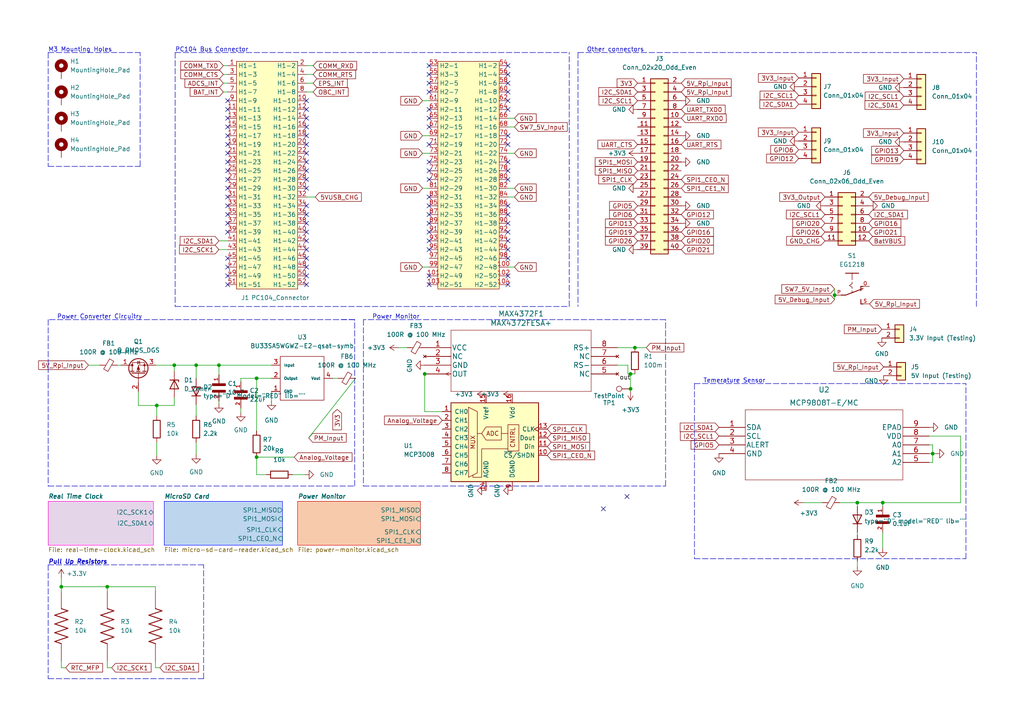
<source format=kicad_sch>
(kicad_sch (version 20211123) (generator eeschema)
  (paper "A4")
  (junction (at 50.546 105.918))
  (junction (at 17.78 170.18))
  (junction (at 256.032 145.796))
  (junction (at 56.896 105.918))
  (junction (at 182.88 112.776))
  (junction (at 74.422 109.728))
  (junction (at 248.666 145.796))
  (junction (at 270.51 131.572))
  (junction (at 31.115 170.18))
  (junction (at 45.466 117.602))
  (junction (at 184.15 100.838))
  (junction (at 74.422 132.588))
  (junction (at 182.88 108.458))
  (junction (at 242.062 85.598))
  (junction (at 63.5 105.918))
  (junction (at 123.19 108.458))
  (no_connect (at 88.9 29.21))
  (no_connect (at 88.9 34.29))
  (no_connect (at 66.04 74.93))
  (no_connect (at 88.9 72.39))
  (no_connect (at 66.04 46.99))
  (no_connect (at 66.04 36.83))
  (no_connect (at 66.04 39.37))
  (no_connect (at 66.04 41.91))
  (no_connect (at 66.04 44.45))
  (no_connect (at 66.04 59.69))
  (no_connect (at 66.04 62.23))
  (no_connect (at 66.04 64.77))
  (no_connect (at 66.04 67.31))
  (no_connect (at 66.04 77.47))
  (no_connect (at 66.04 80.01))
  (no_connect (at 66.04 82.55))
  (no_connect (at 88.9 82.55))
  (no_connect (at 88.9 80.01))
  (no_connect (at 88.9 77.47))
  (no_connect (at 88.9 74.93))
  (no_connect (at 88.9 69.85))
  (no_connect (at 88.9 67.31))
  (no_connect (at 88.9 64.77))
  (no_connect (at 88.9 62.23))
  (no_connect (at 88.9 59.69))
  (no_connect (at 66.04 49.53))
  (no_connect (at 66.04 52.07))
  (no_connect (at 66.04 54.61))
  (no_connect (at 66.04 57.15))
  (no_connect (at 88.9 54.61))
  (no_connect (at 88.9 52.07))
  (no_connect (at 88.9 49.53))
  (no_connect (at 88.9 46.99))
  (no_connect (at 88.9 44.45))
  (no_connect (at 88.9 41.91))
  (no_connect (at 88.9 36.83))
  (no_connect (at 88.9 39.37))
  (no_connect (at 124.46 31.75))
  (no_connect (at 124.46 19.05))
  (no_connect (at 124.46 21.59))
  (no_connect (at 124.46 24.13))
  (no_connect (at 124.46 26.67))
  (no_connect (at 124.46 34.29))
  (no_connect (at 124.46 36.83))
  (no_connect (at 124.46 41.91))
  (no_connect (at 124.46 46.99))
  (no_connect (at 124.46 52.07))
  (no_connect (at 124.46 57.15))
  (no_connect (at 124.46 59.69))
  (no_connect (at 124.46 62.23))
  (no_connect (at 124.46 64.77))
  (no_connect (at 124.46 67.31))
  (no_connect (at 124.46 69.85))
  (no_connect (at 124.46 72.39))
  (no_connect (at 124.46 80.01))
  (no_connect (at 124.46 82.55))
  (no_connect (at 147.32 82.55))
  (no_connect (at 147.32 80.01))
  (no_connect (at 147.32 74.93))
  (no_connect (at 147.32 72.39))
  (no_connect (at 147.32 69.85))
  (no_connect (at 147.32 67.31))
  (no_connect (at 147.32 64.77))
  (no_connect (at 147.32 62.23))
  (no_connect (at 147.32 59.69))
  (no_connect (at 147.32 52.07))
  (no_connect (at 66.04 34.29))
  (no_connect (at 66.04 29.21))
  (no_connect (at 66.04 31.75))
  (no_connect (at 88.9 31.75))
  (no_connect (at 124.46 49.53))
  (no_connect (at 175.006 147.574))
  (no_connect (at 181.864 144.018))
  (no_connect (at 147.32 29.21))
  (no_connect (at 147.32 19.05))
  (no_connect (at 147.32 21.59))
  (no_connect (at 147.32 24.13))
  (no_connect (at 147.32 26.67))
  (no_connect (at 147.32 49.53))
  (no_connect (at 147.32 46.99))
  (no_connect (at 147.32 41.91))
  (no_connect (at 147.32 39.37))
  (no_connect (at 147.32 31.75))
  (wire (pts (xy 123.19 108.458) (xy 123.19 119.38)))
  (polyline (pts (xy 13.97 163.83) (xy 59.055 163.83)))
  (wire (pts (xy 56.896 117.348) (xy 56.896 120.65)))
  (wire (pts (xy 269.494 131.572) (xy 270.51 131.572)))
  (wire (pts (xy 269.494 129.032) (xy 270.51 129.032)))
  (wire (pts (xy 56.896 105.918) (xy 63.5 105.918)))
  (wire (pts (xy 74.422 132.588) (xy 74.422 137.668)))
  (polyline (pts (xy 50.8 15.24) (xy 50.8 88.9)))
  (wire (pts (xy 248.666 162.814) (xy 248.666 164.338)))
  (wire (pts (xy 122.555 39.37) (xy 124.46 39.37)))
  (wire (pts (xy 243.586 145.796) (xy 248.666 145.796)))
  (polyline (pts (xy 193.04 140.97) (xy 193.04 92.71)))
  (wire (pts (xy 34.036 105.918) (xy 35.052 105.918)))
  (wire (pts (xy 118.11 100.838) (xy 115.57 100.838)))
  (wire (pts (xy 248.666 145.796) (xy 256.032 145.796)))
  (wire (pts (xy 45.085 193.675) (xy 45.085 191.77)))
  (wire (pts (xy 17.78 167.64) (xy 17.78 170.18)))
  (wire (pts (xy 147.32 34.29) (xy 149.225 34.29)))
  (wire (pts (xy 242.062 85.598) (xy 242.062 86.868)))
  (polyline (pts (xy 13.97 92.71) (xy 13.97 140.97)))
  (polyline (pts (xy 280.162 162.052) (xy 280.162 111.252)))
  (wire (pts (xy 256.032 145.796) (xy 256.032 146.812)))
  (wire (pts (xy 122.555 29.21) (xy 124.46 29.21)))
  (wire (pts (xy 78.74 113.538) (xy 78.74 116.332)))
  (wire (pts (xy 89.535 127) (xy 103.124 109.728)))
  (wire (pts (xy 17.78 170.18) (xy 31.115 170.18)))
  (wire (pts (xy 242.062 83.82) (xy 242.062 85.598)))
  (wire (pts (xy 17.78 171.45) (xy 17.78 170.18)))
  (polyline (pts (xy 102.87 140.97) (xy 102.87 92.71)))
  (wire (pts (xy 56.896 128.27) (xy 56.896 131.826)))
  (wire (pts (xy 63.5 105.918) (xy 78.74 105.918)))
  (wire (pts (xy 45.085 193.675) (xy 46.355 193.675)))
  (polyline (pts (xy 13.97 196.85) (xy 59.055 196.85)))
  (polyline (pts (xy 13.97 15.24) (xy 13.97 48.26)))
  (wire (pts (xy 45.212 105.918) (xy 50.546 105.918)))
  (wire (pts (xy 63.5 116.332) (xy 63.5 117.094)))
  (polyline (pts (xy 105.41 140.97) (xy 193.04 140.97)))
  (polyline (pts (xy 102.87 92.71) (xy 99.06 92.71)))
  (wire (pts (xy 90.805 21.59) (xy 88.9 21.59)))
  (wire (pts (xy 269.494 126.492) (xy 278.638 126.492)))
  (wire (pts (xy 63.5 72.39) (xy 66.04 72.39)))
  (wire (pts (xy 182.118 108.458) (xy 182.88 108.458)))
  (polyline (pts (xy 50.8 88.9) (xy 165.1 88.9)))
  (wire (pts (xy 149.225 36.83) (xy 147.32 36.83)))
  (wire (pts (xy 179.07 105.918) (xy 182.118 105.918)))
  (wire (pts (xy 248.666 145.796) (xy 248.666 146.812)))
  (polyline (pts (xy 40.64 48.26) (xy 40.64 15.24)))
  (wire (pts (xy 56.896 105.918) (xy 56.896 109.728)))
  (polyline (pts (xy 105.41 92.71) (xy 105.41 140.97)))
  (wire (pts (xy 123.19 119.38) (xy 128.27 119.38)))
  (polyline (pts (xy 102.87 92.71) (xy 13.97 92.71)))
  (wire (pts (xy 45.466 117.602) (xy 50.546 117.602)))
  (polyline (pts (xy 201.422 162.052) (xy 280.162 162.052)))
  (wire (pts (xy 122.555 44.45) (xy 124.46 44.45)))
  (wire (pts (xy 256.032 154.432) (xy 256.032 159.004)))
  (wire (pts (xy 122.555 77.47) (xy 124.46 77.47)))
  (wire (pts (xy 31.115 191.77) (xy 31.115 193.675)))
  (wire (pts (xy 182.88 108.458) (xy 184.15 108.458)))
  (polyline (pts (xy 167.64 15.24) (xy 167.64 88.9)))
  (wire (pts (xy 40.132 113.538) (xy 40.132 117.602)))
  (polyline (pts (xy 167.64 15.24) (xy 283.21 15.24)))
  (wire (pts (xy 147.32 54.61) (xy 149.225 54.61)))
  (wire (pts (xy 123.19 107.95) (xy 123.19 108.458)))
  (polyline (pts (xy 13.97 163.83) (xy 13.97 196.85)))
  (wire (pts (xy 232.918 145.796) (xy 238.506 145.796)))
  (wire (pts (xy 50.546 105.918) (xy 50.546 107.696)))
  (wire (pts (xy 182.118 105.918) (xy 182.118 108.458)))
  (wire (pts (xy 98.044 109.728) (xy 96.52 109.728)))
  (wire (pts (xy 84.836 137.668) (xy 88.392 137.668)))
  (wire (pts (xy 122.555 54.61) (xy 124.46 54.61)))
  (wire (pts (xy 63.5 69.85) (xy 66.04 69.85)))
  (wire (pts (xy 69.85 109.728) (xy 69.85 110.744)))
  (wire (pts (xy 147.32 44.45) (xy 149.225 44.45)))
  (wire (pts (xy 90.805 19.05) (xy 88.9 19.05)))
  (wire (pts (xy 179.07 100.838) (xy 184.15 100.838)))
  (wire (pts (xy 17.78 191.77) (xy 17.78 193.675)))
  (wire (pts (xy 31.115 170.18) (xy 45.085 170.18)))
  (polyline (pts (xy 283.21 88.9) (xy 283.21 15.24)))
  (wire (pts (xy 64.77 24.13) (xy 66.04 24.13)))
  (wire (pts (xy 147.32 57.15) (xy 149.225 57.15)))
  (wire (pts (xy 17.78 193.675) (xy 19.05 193.675)))
  (wire (pts (xy 88.9 57.15) (xy 91.44 57.15)))
  (polyline (pts (xy 59.055 196.85) (xy 59.055 163.83)))
  (wire (pts (xy 31.115 193.675) (xy 32.385 193.675)))
  (wire (pts (xy 74.422 137.668) (xy 77.216 137.668)))
  (polyline (pts (xy 13.97 140.97) (xy 102.87 140.97)))
  (polyline (pts (xy 13.97 48.26) (xy 40.64 48.26)))
  (wire (pts (xy 88.9 26.67) (xy 90.805 26.67)))
  (wire (pts (xy 64.77 26.67) (xy 66.04 26.67)))
  (wire (pts (xy 278.638 126.492) (xy 278.638 145.796)))
  (wire (pts (xy 69.85 118.364) (xy 69.85 119.634)))
  (polyline (pts (xy 201.422 111.252) (xy 280.162 111.252)))
  (wire (pts (xy 74.422 109.728) (xy 74.422 124.968)))
  (wire (pts (xy 182.88 108.458) (xy 182.88 112.776)))
  (wire (pts (xy 25.654 105.918) (xy 28.956 105.918)))
  (wire (pts (xy 45.466 117.602) (xy 45.466 120.65)))
  (wire (pts (xy 31.115 170.18) (xy 31.115 171.45)))
  (wire (pts (xy 187.452 100.838) (xy 184.15 100.838)))
  (wire (pts (xy 74.422 109.728) (xy 69.85 109.728)))
  (wire (pts (xy 147.32 77.47) (xy 149.225 77.47)))
  (wire (pts (xy 269.494 134.112) (xy 270.51 134.112)))
  (wire (pts (xy 50.546 105.918) (xy 56.896 105.918)))
  (wire (pts (xy 270.51 129.032) (xy 270.51 131.572)))
  (wire (pts (xy 74.422 132.588) (xy 85.344 132.588)))
  (wire (pts (xy 40.132 117.602) (xy 45.466 117.602)))
  (wire (pts (xy 278.638 145.796) (xy 256.032 145.796)))
  (wire (pts (xy 270.51 131.572) (xy 271.272 131.572)))
  (wire (pts (xy 63.5 105.918) (xy 63.5 108.712)))
  (wire (pts (xy 64.77 21.59) (xy 66.04 21.59)))
  (polyline (pts (xy 193.04 92.71) (xy 105.41 92.71)))
  (polyline (pts (xy 201.422 111.252) (xy 201.422 162.052)))
  (wire (pts (xy 50.546 115.316) (xy 50.546 117.602)))
  (wire (pts (xy 182.88 112.776) (xy 182.88 113.538)))
  (polyline (pts (xy 50.8 15.24) (xy 165.1 15.24)))
  (polyline (pts (xy 165.1 88.9) (xy 165.1 15.24)))
  (wire (pts (xy 45.466 128.27) (xy 45.466 132.08)))
  (wire (pts (xy 64.77 19.05) (xy 66.04 19.05)))
  (polyline (pts (xy 13.97 15.24) (xy 40.64 15.24)))
  (wire (pts (xy 78.74 109.728) (xy 74.422 109.728)))
  (wire (pts (xy 270.51 134.112) (xy 270.51 131.572)))
  (wire (pts (xy 88.9 24.13) (xy 90.805 24.13)))
  (wire (pts (xy 248.666 154.432) (xy 248.666 155.194)))
  (wire (pts (xy 45.085 170.18) (xy 45.085 171.45)))
  (text "M3 Mounting Holes\n" (at 13.97 15.24 0) (effects (font (size 1.27 1.27)) (justify left bottom)))
  (text "Other connectors" (at 170.18 15.24 0) (effects (font (size 1.27 1.27)) (justify left bottom)))
  (text "Temerature Sensor" (at 203.962 111.252 0) (effects (font (size 1.27 1.27)) (justify left bottom)))
  (text "Pull Up Resistors" (at 13.97 163.83 0) (effects (font (size 1.27 1.27) (thickness 0.254) bold italic) (justify left bottom)))
  (text "PC104 Bus Connector" (at 50.8 15.24 0) (effects (font (size 1.27 1.27)) (justify left bottom)))
  (text "Power Converter Circuitry" (at 16.51 92.71 0) (effects (font (size 1.27 1.27)) (justify left bottom)))
  (text "Power Monitor" (at 107.95 92.71 0) (effects (font (size 1.27 1.27)) (justify left bottom)))
  (label "out" (at 182.88 110.49 180))
  (global_label "I2C_SDA1" (shape input) (at 208.534 123.952 180) (property "Intersheet References" "${INTERSHEET_REFS}" (effects hide)))
  (global_label "GPIO21" (shape input) (at 197.612 72.39 0) (property "Intersheet References" "${INTERSHEET_REFS}" (effects hide)))
  (global_label "3V3_Input" (shape input) (at 262.128 22.86 180) (property "Intersheet References" "${INTERSHEET_REFS}" (effects hide)))
  (global_label "SPI1_CE1_N" (shape input) (at 197.612 54.61 0) (property "Intersheet References" "${INTERSHEET_REFS}" (effects hide)))
  (global_label "5V_Rpi_Input" (shape input) (at 197.612 26.67 0) (property "Intersheet References" "${INTERSHEET_REFS}" (effects hide)))
  (global_label "GPIO26" (shape input) (at 239.268 67.31 180) (property "Intersheet References" "${INTERSHEET_REFS}" (effects hide)))
  (global_label "GPIO19" (shape input) (at 262.128 46.228 180) (property "Intersheet References" "${INTERSHEET_REFS}" (effects hide)))
  (global_label "OBC_INT" (shape input) (at 90.805 26.67 0) (property "Intersheet References" "${INTERSHEET_REFS}" (effects hide)))
  (global_label "GPIO20" (shape input) (at 239.268 64.77 180) (property "Intersheet References" "${INTERSHEET_REFS}" (effects hide)))
  (global_label "3V3_Input" (shape input) (at 262.128 38.608 180) (property "Intersheet References" "${INTERSHEET_REFS}" (effects hide)))
  (global_label "GPIO5" (shape input) (at 184.912 59.69 180) (property "Intersheet References" "${INTERSHEET_REFS}" (effects hide)))
  (global_label "5V_Debug_Input" (shape input) (at 251.968 57.15 0) (property "Intersheet References" "${INTERSHEET_REFS}" (effects hide)))
  (global_label "GND" (shape input) (at 149.225 34.29 0) (property "Intersheet References" "${INTERSHEET_REFS}" (effects hide)))
  (global_label "UART_RXD0" (shape input) (at 197.612 34.29 0) (property "Intersheet References" "${INTERSHEET_REFS}" (effects hide)))
  (global_label "GND" (shape input) (at 122.555 39.37 180) (property "Intersheet References" "${INTERSHEET_REFS}" (effects hide)))
  (global_label "GPIO6" (shape input) (at 184.912 62.23 180) (property "Intersheet References" "${INTERSHEET_REFS}" (effects hide)))
  (global_label "GPIO6" (shape input) (at 231.648 43.434 180) (property "Intersheet References" "${INTERSHEET_REFS}" (effects hide)))
  (global_label "SW7_5V_Input" (shape input) (at 149.225 36.83 0) (property "Intersheet References" "${INTERSHEET_REFS}" (effects hide)))
  (global_label "PM_Input" (shape input) (at 187.452 100.838 0) (property "Intersheet References" "${INTERSHEET_REFS}" (effects hide)))
  (global_label "GND" (shape input) (at 122.555 44.45 180) (property "Intersheet References" "${INTERSHEET_REFS}" (effects hide)))
  (global_label "SPI1_MISO" (shape input) (at 158.75 127 0) (property "Intersheet References" "${INTERSHEET_REFS}" (effects hide)))
  (global_label "SPI1_CLK" (shape input) (at 158.75 124.46 0) (property "Intersheet References" "${INTERSHEET_REFS}" (effects hide)))
  (global_label "EPS_INT" (shape input) (at 90.805 24.13 0) (property "Intersheet References" "${INTERSHEET_REFS}" (effects hide)))
  (global_label "PM_Input" (shape input) (at 255.778 95.504 180) (property "Intersheet References" "${INTERSHEET_REFS}" (effects hide)))
  (global_label "5V_Rpi_Input" (shape input) (at 25.654 105.918 180) (property "Intersheet References" "${INTERSHEET_REFS}" (effects hide)))
  (global_label "BAT_INT" (shape input) (at 64.77 26.67 180) (property "Intersheet References" "${INTERSHEET_REFS}" (effects hide)))
  (global_label "COMM_TXD" (shape input) (at 64.77 19.05 180) (property "Intersheet References" "${INTERSHEET_REFS}" (effects hide)))
  (global_label "GND" (shape input) (at 122.555 77.47 180) (property "Intersheet References" "${INTERSHEET_REFS}" (effects hide)))
  (global_label "GND" (shape input) (at 149.225 57.15 0) (property "Intersheet References" "${INTERSHEET_REFS}" (effects hide)))
  (global_label "SPI1_CE0_N" (shape input) (at 197.612 52.07 0) (property "Intersheet References" "${INTERSHEET_REFS}" (effects hide)))
  (global_label "3V3_Output" (shape input) (at 239.268 57.15 180) (property "Intersheet References" "${INTERSHEET_REFS}" (effects hide)))
  (global_label "GPIO26" (shape input) (at 184.912 69.85 180) (property "Intersheet References" "${INTERSHEET_REFS}" (effects hide)))
  (global_label "I2C_SCL1" (shape input) (at 262.128 27.94 180) (property "Intersheet References" "${INTERSHEET_REFS}" (effects hide)))
  (global_label "5VUSB_CHG" (shape input) (at 91.44 57.15 0) (property "Intersheet References" "${INTERSHEET_REFS}" (effects hide)))
  (global_label "I2C_SDA1" (shape input) (at 46.355 193.675 0) (property "Intersheet References" "${INTERSHEET_REFS}" (effects hide)))
  (global_label "GPIO13" (shape input) (at 184.912 64.77 180) (property "Intersheet References" "${INTERSHEET_REFS}" (effects hide)))
  (global_label "SW7_5V_Input" (shape input) (at 242.062 83.82 180) (property "Intersheet References" "${INTERSHEET_REFS}" (effects hide)))
  (global_label "Analog_Voltage" (shape input) (at 85.344 132.588 0) (property "Intersheet References" "${INTERSHEET_REFS}" (effects hide)))
  (global_label "COMM_RXD" (shape input) (at 90.805 19.05 0) (property "Intersheet References" "${INTERSHEET_REFS}" (effects hide)))
  (global_label "I2C_SCL1" (shape input) (at 231.648 27.686 180) (property "Intersheet References" "${INTERSHEET_REFS}" (effects hide)))
  (global_label "I2C_SCK1" (shape input) (at 63.5 72.39 180) (property "Intersheet References" "${INTERSHEET_REFS}" (effects hide)))
  (global_label "PM_Input" (shape input) (at 89.535 127 0) (property "Intersheet References" "${INTERSHEET_REFS}" (effects hide)))
  (global_label "GPIO5" (shape input) (at 208.534 129.032 180) (property "Intersheet References" "${INTERSHEET_REFS}" (effects hide)))
  (global_label "COMM_RTS" (shape input) (at 90.805 21.59 0) (property "Intersheet References" "${INTERSHEET_REFS}" (effects hide)))
  (global_label "I2C_SDA1" (shape input) (at 251.968 62.23 0) (property "Intersheet References" "${INTERSHEET_REFS}" (effects hide)))
  (global_label "3V3" (shape input) (at 97.79 118.745 270) (property "Intersheet References" "${INTERSHEET_REFS}" (effects hide)))
  (global_label "COMM_CTS" (shape input) (at 64.77 21.59 180) (property "Intersheet References" "${INTERSHEET_REFS}" (effects hide)))
  (global_label "I2C_SCK1" (shape input) (at 32.385 193.675 0) (property "Intersheet References" "${INTERSHEET_REFS}" (effects hide)))
  (global_label "BatVBUS" (shape input) (at 251.968 69.85 0) (property "Intersheet References" "${INTERSHEET_REFS}" (effects hide)))
  (global_label "I2C_SCL1" (shape input) (at 239.268 62.23 180) (property "Intersheet References" "${INTERSHEET_REFS}" (effects hide)))
  (global_label "GND" (shape input) (at 122.555 29.21 180) (property "Intersheet References" "${INTERSHEET_REFS}" (effects hide)))
  (global_label "I2C_SDA1" (shape input) (at 63.5 69.85 180) (property "Intersheet References" "${INTERSHEET_REFS}" (effects hide)))
  (global_label "SPI1_MOSI" (shape input) (at 184.912 46.99 180) (property "Intersheet References" "${INTERSHEET_REFS}" (effects hide)))
  (global_label "Analog_Voltage" (shape input) (at 128.27 121.92 180) (property "Intersheet References" "${INTERSHEET_REFS}" (effects hide)))
  (global_label "UART_RTS" (shape input) (at 197.612 41.91 0) (property "Intersheet References" "${INTERSHEET_REFS}" (effects hide)))
  (global_label "5V_Rpi_Input" (shape input) (at 252.222 88.138 0) (property "Intersheet References" "${INTERSHEET_REFS}" (effects hide)))
  (global_label "GND" (shape input) (at 149.225 44.45 0) (property "Intersheet References" "${INTERSHEET_REFS}" (effects hide)))
  (global_label "SPI1_MISO" (shape input) (at 184.912 49.53 180) (property "Intersheet References" "${INTERSHEET_REFS}" (effects hide)))
  (global_label "I2C_SCL1" (shape input) (at 208.534 126.492 180) (property "Intersheet References" "${INTERSHEET_REFS}" (effects hide)))
  (global_label "UART_TXD0" (shape input) (at 197.612 31.75 0) (property "Intersheet References" "${INTERSHEET_REFS}" (effects hide)))
  (global_label "SPI1_CLK" (shape input) (at 184.912 52.07 180) (property "Intersheet References" "${INTERSHEET_REFS}" (effects hide)))
  (global_label "GPIO12" (shape input) (at 197.612 62.23 0) (property "Intersheet References" "${INTERSHEET_REFS}" (effects hide)))
  (global_label "3V3" (shape input) (at 184.912 24.13 180) (property "Intersheet References" "${INTERSHEET_REFS}" (effects hide)))
  (global_label "RTC_MFP" (shape input) (at 19.05 193.675 0) (property "Intersheet References" "${INTERSHEET_REFS}" (effects hide)))
  (global_label "GPIO13" (shape input) (at 262.128 43.688 180) (property "Intersheet References" "${INTERSHEET_REFS}" (effects hide)))
  (global_label "5V_Rpi_Input" (shape input) (at 256.286 106.426 180) (property "Intersheet References" "${INTERSHEET_REFS}" (effects hide)))
  (global_label "GPIO19" (shape input) (at 184.912 67.31 180) (property "Intersheet References" "${INTERSHEET_REFS}" (effects hide)))
  (global_label "GND" (shape input) (at 149.225 77.47 0) (property "Intersheet References" "${INTERSHEET_REFS}" (effects hide)))
  (global_label "GPIO16" (shape input) (at 251.968 64.77 0) (property "Intersheet References" "${INTERSHEET_REFS}" (effects hide)))
  (global_label "I2C_SDA1" (shape input) (at 262.128 30.48 180) (property "Intersheet References" "${INTERSHEET_REFS}" (effects hide)))
  (global_label "3V3_Input" (shape input) (at 231.648 22.606 180) (property "Intersheet References" "${INTERSHEET_REFS}" (effects hide)))
  (global_label "GPIO21" (shape input) (at 251.968 67.31 0) (property "Intersheet References" "${INTERSHEET_REFS}" (effects hide)))
  (global_label "SPI1_CEO_N" (shape input) (at 158.75 132.08 0) (property "Intersheet References" "${INTERSHEET_REFS}" (effects hide)))
  (global_label "GND" (shape input) (at 122.555 54.61 180) (property "Intersheet References" "${INTERSHEET_REFS}" (effects hide)))
  (global_label "SPI1_MOSI" (shape input) (at 158.75 129.54 0) (property "Intersheet References" "${INTERSHEET_REFS}" (effects hide)))
  (global_label "GPIO20" (shape input) (at 197.612 69.85 0) (property "Intersheet References" "${INTERSHEET_REFS}" (effects hide)))
  (global_label "I2C_SCL1" (shape input) (at 184.912 29.21 180) (property "Intersheet References" "${INTERSHEET_REFS}" (effects hide)))
  (global_label "GND_CHG" (shape input) (at 239.268 69.85 180) (property "Intersheet References" "${INTERSHEET_REFS}" (effects hide)))
  (global_label "5V_Rpi_Input" (shape input) (at 197.612 24.13 0) (property "Intersheet References" "${INTERSHEET_REFS}" (effects hide)))
  (global_label "I2C_SDA1" (shape input) (at 231.648 30.226 180) (property "Intersheet References" "${INTERSHEET_REFS}" (effects hide)))
  (global_label "GPIO16" (shape input) (at 197.612 67.31 0) (property "Intersheet References" "${INTERSHEET_REFS}" (effects hide)))
  (global_label "3V3_Input" (shape input) (at 231.648 38.354 180) (property "Intersheet References" "${INTERSHEET_REFS}" (effects hide)))
  (global_label "I2C_SDA1" (shape input) (at 184.912 26.67 180) (property "Intersheet References" "${INTERSHEET_REFS}" (effects hide)))
  (global_label "UART_CTS" (shape input) (at 184.912 41.91 180) (property "Intersheet References" "${INTERSHEET_REFS}" (effects hide)))
  (global_label "5V_Debug_Input" (shape input) (at 242.062 86.868 180) (property "Intersheet References" "${INTERSHEET_REFS}" (effects hide)))
  (global_label "GND" (shape input) (at 149.225 54.61 0) (property "Intersheet References" "${INTERSHEET_REFS}" (effects hide)))
  (global_label "GPIO12" (shape input) (at 231.648 45.974 180) (property "Intersheet References" "${INTERSHEET_REFS}" (effects hide)))
  (global_label "ADCS_INT" (shape input) (at 64.77 24.13 180) (property "Intersheet References" "${INTERSHEET_REFS}" (effects hide)))
  (symbol (lib_id "Connector_Generic:Conn_01x02") (at 260.858 95.504 0) (unit 1)
    (property "Reference" "J4" (at 263.652 95.5039 0) (effects (justify left)))
    (property "Value" "3.3V Input (Testing)" (at 263.652 98.0439 0) (effects (justify left)))
    (property "Footprint" "Connector_PinHeader_2.54mm:PinHeader_1x02_P2.54mm_Vertical" (effects hide))
  )
  (symbol (lib_id "Mechanical:MountingHole_Pad") (at 17.78 27.94 0) (unit 1)
    (property "Reference" "H2" (at 20.32 25.3999 0) (effects (justify left)))
    (property "Value" "MountingHole_Pad" (at 20.32 27.9399 0) (effects (justify left)))
    (property "Footprint" "MountingHole:MountingHole_3.2mm_M3_Pad_TopBottom" (effects hide))
  )
  (symbol (lib_id "Connector_Generic:Conn_02x20_Odd_Even") (at 189.992 46.99 0) (unit 1)
    (property "Reference" "J3" (at 191.262 17.018 0))
    (property "Value" "Conn_02x20_Odd_Even" (at 191.262 19.558 0))
    (property "Footprint" "Connector_PinHeader_2.54mm:PinHeader_2x20_P2.54mm_Vertical" (effects hide))
  )
  (symbol (lib_id "Daughterboard_Symbols:CL10B104KB8NNNL") (at 256.032 149.352 270) (unit 1)
    (property "Reference" "C3" (at 258.826 149.3519 90) (effects (justify left)))
    (property "Value" "0.1uF" (at 258.826 151.8919 90) (effects (justify left)))
    (property "Footprint" "CAPC1608X90N" (effects hide))
  )
  (symbol (lib_id "Imported_OBC_Library:+3.3V") (at 184.912 44.45 90) (unit 1)
    (property "Reference" "#PWR0103" (effects hide))
    (property "Value" "+3.3V" (at 181.61 44.4499 90) (effects (justify left)))
  )
  (symbol (lib_id "power:GND") (at 197.612 59.69 90) (unit 1)
    (property "Reference" "#PWR0123" (effects hide))
    (property "Value" "GND" (at 201.93 59.6899 90) (effects (justify right)))
  )
  (symbol (lib_id "power:GND") (at 271.272 131.572 90) (unit 1)
    (property "Reference" "#PWR0110" (effects hide))
    (property "Value" "GND" (at 275.59 131.5719 90) (effects (justify right)))
  )
  (symbol (lib_id "ESR03EZPF1002:ESR03EZPF1002") (at 45.085 181.61 270) (unit 1)
    (property "Reference" "R4" (at 48.895 180.3399 90) (effects (justify left)))
    (property "Value" "10k" (at 48.895 182.8799 90) (effects (justify left)))
    (property "Footprint" "RESC1608X55N" (effects hide))
  )
  (symbol (lib_id "Simulation_SPICE:DIODE") (at 56.896 113.538 270) (unit 1)
    (property "Reference" "D2" (at 58.928 112.2679 90) (effects (justify left)))
    (property "Value" "RED" (at 58.928 114.8079 90) (effects (justify left)))
    (property "Footprint" "Daughterboard_footprints:CAPC1608X90N" (effects hide))
    (property "Spice_Netlist_Enabled" "Y" (effects hide))
    (property "Spice_Primitive" "D" (effects hide))
  )
  (symbol (lib_id "power:+3.3V") (at 17.78 167.64 0) (unit 1)
    (property "Reference" "#PWR01" (effects hide))
    (property "Value" "+3.3V" (at 22.225 166.37 0))
  )
  (symbol (lib_id "Device:Q_PMOS_DGS") (at 40.132 108.458 90) (unit 1)
    (property "Reference" "Q1" (at 40.132 99.06 90))
    (property "Value" "Q_PMOS_DGS" (at 40.132 101.6 90))
    (property "Footprint" "STM32_Breakout:SOT91P240X110-3N" (effects hide))
  )
  (symbol (lib_id "power:GND") (at 184.912 54.61 270) (unit 1)
    (property "Reference" "#PWR0120" (effects hide))
    (property "Value" "GND" (at 181.61 54.6099 90) (effects (justify right)))
  )
  (symbol (lib_id "power:GND") (at 197.612 46.99 90) (unit 1)
    (property "Reference" "#PWR0133" (effects hide))
    (property "Value" "GND" (at 201.93 46.9899 90) (effects (justify right)))
  )
  (symbol (lib_id "Device:R") (at 56.896 124.46 0) (unit 1)
    (property "Reference" "R6" (at 58.928 123.1899 0) (effects (justify left)))
    (property "Value" "2.2k" (at 58.928 125.7299 0) (effects (justify left)))
    (property "Footprint" "Daughterboard_footprints:RESC1608X55N" (effects hide))
  )
  (symbol (lib_id "power:GND") (at 148.59 142.24 270) (unit 1)
    (property "Reference" "#PWR0142" (effects hide))
    (property "Value" "GND" (at 144.1958 142.367 0))
  )
  (symbol (lib_id "power:GND") (at 45.466 132.08 0) (unit 1)
    (property "Reference" "#PWR0117" (effects hide))
    (property "Value" "GND" (at 45.466 137.16 0))
  )
  (symbol (lib_id "power:GND") (at 69.85 119.634 0) (unit 1)
    (property "Reference" "#PWR0116" (effects hide))
    (property "Value" "GND" (at 69.85 124.714 0))
  )
  (symbol (lib_id "power:GND") (at 123.19 105.918 270) (unit 1)
    (property "Reference" "#PWR0105" (effects hide))
    (property "Value" "GND" (at 118.7958 106.045 0))
  )
  (symbol (lib_id "ESR03EZPF1002:ESR03EZPF1002") (at 17.78 181.61 270) (unit 1)
    (property "Reference" "R2" (at 21.59 180.3399 90) (effects (justify left)))
    (property "Value" "10k" (at 21.59 182.8799 90) (effects (justify left)))
    (property "Footprint" "RESC1608X55N" (effects hide))
  )
  (symbol (lib_id "power:GND") (at 269.494 123.952 90) (unit 1)
    (property "Reference" "#PWR0119" (effects hide))
    (property "Value" "GND" (at 273.812 123.9519 90) (effects (justify right)))
  )
  (symbol (lib_id "Daughterboard_Symbols:EG1218") (at 247.142 83.058 270) (unit 1)
    (property "Reference" "S1" (at 247.142 74.168 90))
    (property "Value" "EG1218" (at 247.142 76.708 90))
    (property "Footprint" "Daughterboard_footprints:EG1218" (effects hide))
  )
  (symbol (lib_id "power:GND") (at 248.666 164.338 0) (unit 1)
    (property "Reference" "#PWR0108" (effects hide))
    (property "Value" "GND" (at 248.666 169.926 0))
  )
  (symbol (lib_id "power:GND") (at 262.128 41.148 270) (unit 1)
    (property "Reference" "#PWR04" (effects hide))
    (property "Value" "GND" (at 258.826 41.1479 90) (effects (justify right)))
  )
  (symbol (lib_id "Connector_Generic:Conn_02x06_Odd_Even") (at 244.348 62.23 0) (unit 1)
    (property "Reference" "J6" (at 245.618 50.038 0))
    (property "Value" "Conn_02x06_Odd_Even" (at 245.618 52.578 0))
    (property "Footprint" "Connector_PinHeader_2.54mm:PinHeader_2x06_P2.54mm_Horizontal" (effects hide))
  )
  (symbol (lib_id "Mechanical:MountingHole_Pad") (at 17.78 20.32 0) (unit 1)
    (property "Reference" "H1" (at 20.32 17.7799 0) (effects (justify left)))
    (property "Value" "MountingHole_Pad" (at 20.32 20.3199 0) (effects (justify left)))
    (property "Footprint" "MountingHole:MountingHole_3.2mm_M3_Pad_TopBottom" (effects hide))
  )
  (symbol (lib_id "power:GND") (at 231.648 25.146 270) (unit 1)
    (property "Reference" "#PWR0124" (effects hide))
    (property "Value" "GND" (at 228.346 25.1459 90) (effects (justify right)))
  )
  (symbol (lib_id "Connector_Generic:Conn_01x02") (at 261.366 106.426 0) (unit 1)
    (property "Reference" "J5" (at 264.16 106.4259 0) (effects (justify left)))
    (property "Value" "5V Input (Testing)" (at 264.16 108.9659 0) (effects (justify left)))
    (property "Footprint" "Connector_PinHeader_2.54mm:PinHeader_1x02_P2.54mm_Vertical" (effects hide))
  )
  (symbol (lib_id "Device:R") (at 45.466 124.46 0) (unit 1)
    (property "Reference" "R5" (at 48.26 123.1899 0) (effects (justify left)))
    (property "Value" "10k" (at 48.26 125.7299 0) (effects (justify left)))
    (property "Footprint" "Daughterboard_footprints:RESC1608X55N" (effects hide))
  )
  (symbol (lib_id "power:GND") (at 184.912 31.75 270) (unit 1)
    (property "Reference" "#PWR0102" (effects hide))
    (property "Value" "GND" (at 181.61 31.7499 90) (effects (justify right)))
  )
  (symbol (lib_id "Simulation_SPICE:DIODE") (at 248.666 150.622 270) (unit 1)
    (property "Reference" "D3" (at 250.698 148.5899 90) (effects (justify left)))
    (property "Value" "RED" (at 250.698 151.1299 90) (effects (justify left)))
    (property "Footprint" "Daughterboard_footprints:CAPC1608X90N" (effects hide))
    (property "Spice_Netlist_Enabled" "Y" (effects hide))
    (property "Spice_Primitive" "D" (effects hide))
  )
  (symbol (lib_id "Imported_OBC_Library:power_+3V3") (at 232.918 145.796 90) (unit 1)
    (property "Reference" "#PWR0118" (effects hide))
    (property "Value" "power_+3V3" (at 237.236 148.844 90) (effects (justify left)))
  )
  (symbol (lib_id "Imported_OBC_Library:+3.3V") (at 148.59 114.3 90) (unit 1)
    (property "Reference" "#PWR0104" (effects hide))
    (property "Value" "+3.3V" (at 144.78 114.2999 90) (effects (justify left)))
  )
  (symbol (lib_id "Imported_OBC_Library:+3.3V") (at 140.97 114.3 90) (unit 1)
    (property "Reference" "#PWR0101" (effects hide))
    (property "Value" "+3.3V" (at 137.16 114.2999 90) (effects (justify left)))
  )
  (symbol (lib_id "power:GND") (at 256.032 159.004 0) (unit 1)
    (property "Reference" "#PWR0109" (effects hide))
    (property "Value" "GND" (at 256.032 164.592 0))
  )
  (symbol (lib_id "Imported_OBC_Library:+3.3V") (at 115.57 100.838 90) (unit 1)
    (property "Reference" "#PWR0106" (effects hide))
    (property "Value" "+3.3V" (at 111.76 100.8379 90) (effects (justify left)))
  )
  (symbol (lib_id "Daughterboard_Symbols:CL10B104KB8NNNL") (at 69.85 113.284 270) (unit 1)
    (property "Reference" "C2" (at 72.39 113.2839 90) (effects (justify left)))
    (property "Value" "22uF" (at 72.39 115.8239 90) (effects (justify left)))
    (property "Footprint" "CAPC1608X90N" (effects hide))
  )
  (symbol (lib_id "Mechanical:MountingHole_Pad") (at 17.78 43.18 0) (unit 1)
    (property "Reference" "H4" (at 20.32 40.6399 0) (effects (justify left)))
    (property "Value" "MountingHole_Pad" (at 20.32 43.1799 0) (effects (justify left)))
    (property "Footprint" "MountingHole:MountingHole_3.2mm_M3_Pad_TopBottom" (effects hide))
  )
  (symbol (lib_id "power:GND") (at 184.912 72.39 270) (unit 1)
    (property "Reference" "#PWR0121" (effects hide))
    (property "Value" "GND" (at 181.61 72.3899 90) (effects (justify right)))
  )
  (symbol (lib_id "Daughterboard_Symbols:MCP9808T-E{brace}slash}MC") (at 208.534 123.952 0) (unit 1)
    (property "Reference" "U2" (at 239.014 113.03 0) (effects (font (size 1.524 1.524))))
    (property "Value" "MCP9808T-E{slash}MC" (at 239.014 116.84 0) (effects (font (size 1.524 1.524))))
    (property "Footprint" "Daughterboard_footprints:SOP65P490X110-8N" (effects hide))
  )
  (symbol (lib_id "power:GND") (at 256.286 108.966 0) (unit 1)
    (property "Reference" "#PWR0130" (effects hide))
    (property "Value" "GND" (at 252.73 110.49 0))
  )
  (symbol (lib_id "power:GND") (at 63.5 117.094 0) (unit 1)
    (property "Reference" "#PWR0115" (effects hide))
    (property "Value" "GND" (at 63.5 122.174 0))
  )
  (symbol (lib_id "Analog_ADC:MCP3008") (at 143.51 127 0) (unit 1)
    (property "Reference" "U1" (at 117.094 129.286 0) (effects (justify left)))
    (property "Value" "MCP3008" (at 117.094 131.826 0) (effects (justify left)))
    (property "Footprint" "MCP3008:Microchip-MCP3008-I_P-Manufacturer_Recommended" (effects hide))
    (property "Datasheet" "http://ww1.microchip.com/downloads/en/DeviceDoc/21295d.pdf" (effects hide))
  )
  (symbol (lib_id "power:GND") (at 262.128 25.4 270) (unit 1)
    (property "Reference" "#PWR0131" (effects hide))
    (property "Value" "GND" (at 258.826 25.3999 90) (effects (justify right)))
  )
  (symbol (lib_id "Connector_Generic:Conn_01x04") (at 267.208 25.4 0) (unit 1)
    (property "Reference" "J8" (at 270.256 25.3999 0) (effects (justify left)))
    (property "Value" "Conn_01x04" (at 270.256 27.9399 0) (effects (justify left)))
    (property "Footprint" "Connector_PinHeader_2.54mm:PinHeader_1x04_P2.54mm_Vertical" (effects hide))
  )
  (symbol (lib_id "Device:FerriteBead_Small") (at 100.584 109.728 270) (unit 1)
    (property "Reference" "FB6" (at 100.6221 103.378 90))
    (property "Value" "100R @ 100 MHz" (at 100.6221 105.918 90))
    (property "Footprint" "Daughterboard_footprints:BEADC1608X75N" (effects hide))
  )
  (symbol (lib_id "power:GND") (at 208.534 131.572 0) (unit 1)
    (property "Reference" "#PWR0112" (effects hide))
    (property "Value" "GND" (at 208.534 137.16 0))
  )
  (symbol (lib_id "Device:R") (at 248.666 159.004 0) (unit 1)
    (property "Reference" "R9" (at 250.698 156.9719 0) (effects (justify left)))
    (property "Value" "2.2k" (at 250.698 159.5119 0) (effects (justify left)))
    (property "Footprint" "Daughterboard_footprints:RESC1608X55N" (effects hide))
  )
  (symbol (lib_id "power:GND") (at 255.778 98.044 0) (unit 1)
    (property "Reference" "#PWR0129" (effects hide))
    (property "Value" "GND" (at 255.778 102.616 0))
  )
  (symbol (lib_id "Connector_Generic:Conn_01x04") (at 267.208 41.148 0) (unit 1)
    (property "Reference" "J10" (at 270.256 41.1479 0) (effects (justify left)))
    (property "Value" "Conn_01x04" (at 270.256 43.6879 0) (effects (justify left)))
    (property "Footprint" "Connector_PinHeader_2.54mm:PinHeader_1x04_P2.54mm_Vertical" (effects hide))
  )
  (symbol (lib_id "Device:R") (at 74.422 128.778 0) (unit 1)
    (property "Reference" "R7" (at 76.2 127.5079 0) (effects (justify left)))
    (property "Value" "20k" (at 76.2 130.0479 0) (effects (justify left)))
    (property "Footprint" "Daughterboard_footprints:RESC1608X55N" (effects hide))
  )
  (symbol (lib_id "power:GND") (at 140.97 142.24 270) (unit 1)
    (property "Reference" "#PWR0141" (effects hide))
    (property "Value" "GND" (at 136.5758 142.367 0))
  )
  (symbol (lib_id "ESR03EZPF1002:ESR03EZPF1002") (at 31.115 181.61 270) (unit 1)
    (property "Reference" "R3" (at 34.925 180.3399 90) (effects (justify left)))
    (property "Value" "10k" (at 34.925 182.8799 90) (effects (justify left)))
    (property "Footprint" "RESC1608X55N" (effects hide))
  )
  (symbol (lib_id "power:GND") (at 88.392 137.668 90) (unit 1)
    (property "Reference" "#PWR0113" (effects hide))
    (property "Value" "GND" (at 92.71 137.6679 90) (effects (justify right)))
  )
  (symbol (lib_id "power:GND") (at 239.268 59.69 270) (unit 1)
    (property "Reference" "#PWR0126" (effects hide))
    (property "Value" "GND" (at 235.204 59.6899 90) (effects (justify right)))
  )
  (symbol (lib_id "STM32_Breakout-rescue:MAX4372FESA+-MAX4372FESA+") (at 123.19 100.838 0) (unit 1)
    (property "Reference" "MAX4372F1" (at 151.13 91.0082 0) (effects (font (size 1.524 1.524))))
    (property "Value" "MAX4372FESA+" (at 151.13 93.7006 0) (effects (font (size 1.524 1.524))))
    (property "Footprint" "Max4372:Maxim-MAX4372FESA+-Level_A" (effects hide))
  )
  (symbol (lib_id "power:GND") (at 78.74 116.332 0) (unit 1)
    (property "Reference" "#PWR0114" (effects hide))
    (property "Value" "GND" (at 78.74 121.92 0))
  )
  (symbol (lib_id "Connector_Generic:Conn_01x04") (at 236.728 25.146 0) (unit 1)
    (property "Reference" "J7" (at 238.76 25.1459 0) (effects (justify left)))
    (property "Value" "Conn_01x04" (at 238.76 27.6859 0) (effects (justify left)))
    (property "Footprint" "Connector_PinHeader_2.54mm:PinHeader_1x04_P2.54mm_Vertical" (effects hide))
  )
  (symbol (lib_id "Device:R") (at 184.15 104.648 0) (unit 1)
    (property "Reference" "R1" (at 186.69 103.3779 0) (effects (justify left)))
    (property "Value" "100m" (at 186.69 105.9179 0) (effects (justify left)))
    (property "Footprint" "Resistor_SMD:R_0201_0603Metric" (effects hide))
  )
  (symbol (lib_id "Imported_OBC_Library:BU33SA5WGWZ-E2-qsat-symb") (at 87.63 109.728 270) (unit 1)
    (property "Reference" "U3" (at 87.63 97.79 90))
    (property "Value" "BU33SA5WGWZ-E2-qsat-symb" (at 87.63 100.33 90))
    (property "Footprint" "STM32_Breakout:BU33SA5WGWZ-E2" (effects hide))
  )
  (symbol (lib_id "Connector_Generic:Conn_01x04") (at 236.728 40.894 0) (unit 1)
    (property "Reference" "J9" (at 238.76 40.8939 0) (effects (justify left)))
    (property "Value" "Conn_01x04" (at 238.76 43.4339 0) (effects (justify left)))
    (property "Footprint" "Connector_PinHeader_2.54mm:PinHeader_1x04_P2.54mm_Vertical" (effects hide))
  )
  (symbol (lib_id "Device:R") (at 81.026 137.668 270) (unit 1)
    (property "Reference" "R8" (at 81.026 130.81 90))
    (property "Value" "10k" (at 81.026 133.35 90))
    (property "Footprint" "Daughterboard_footprints:RESC1608X55N" (effects hide))
  )
  (symbol (lib_id "Device:FerriteBead_Small") (at 241.046 145.796 270) (unit 1)
    (property "Reference" "FB2" (at 241.0841 139.446 90))
    (property "Value" "100R @ 100 MHz" (at 241.0841 141.986 90))
    (property "Footprint" "Daughterboard_footprints:BEADC1608X75N" (effects hide))
  )
  (symbol (lib_id "Device:D_Zener") (at 50.546 111.506 270) (unit 1)
    (property "Reference" "D1" (at 53.34 110.2359 90) (effects (justify left)))
    (property "Value" "D_Zener" (at 53.34 112.7759 90) (effects (justify left)))
    (property "Footprint" "STM32_Breakout:SOT91P240X110-3N" (effects hide))
  )
  (symbol (lib_id "Connector:TestPoint") (at 182.88 112.776 90) (unit 1)
    (property "Reference" "TP1" (at 178.562 116.84 90) (effects (justify left)))
    (property "Value" "TestPoint" (at 181.102 114.808 90) (effects (justify left)))
    (property "Footprint" "TestPoint:TestPoint_2Pads_Pitch2.54mm_Drill0.8mm" (effects hide))
  )
  (symbol (lib_id "Imported_OBC_Library:+3.3V") (at 182.88 113.538 0) (mirror x) (unit 1)
    (property "Reference" "#PWR0107" (effects hide))
    (property "Value" "+3.3V" (at 182.88 118.872 0))
  )
  (symbol (lib_id "power:GND") (at 197.612 64.77 90) (unit 1)
    (property "Reference" "#PWR0122" (effects hide))
    (property "Value" "GND" (at 201.93 64.7699 90) (effects (justify right)))
  )
  (symbol (lib_id "power:GND") (at 197.612 29.21 90) (unit 1)
    (property "Reference" "#PWR0134" (effects hide))
    (property "Value" "GND" (at 201.93 29.2099 90) (effects (justify right)))
  )
  (symbol (lib_id "qset-connector-library:PC104_Connector") (at 106.68 15.24 0) (unit 1)
    (property "Reference" "J1" (at 71.12 86.36 0))
    (property "Value" "PC104_Connector" (at 81.28 86.36 0))
    (property "Footprint" "pc104-connector:pc104-connector" (effects hide))
  )
  (symbol (lib_id "power:GND") (at 197.612 39.37 90) (unit 1)
    (property "Reference" "#PWR0135" (effects hide))
    (property "Value" "GND" (at 201.93 39.3699 90) (effects (justify right)))
  )
  (symbol (lib_id "power:GND") (at 251.968 59.69 90) (unit 1)
    (property "Reference" "#PWR0125" (effects hide))
    (property "Value" "GND" (at 255.524 59.6899 90) (effects (justify right)))
  )
  (symbol (lib_id "Mechanical:MountingHole_Pad") (at 17.78 35.56 0) (unit 1)
    (property "Reference" "H3" (at 20.32 33.0199 0) (effects (justify left)))
    (property "Value" "MountingHole_Pad" (at 20.32 35.5599 0) (effects (justify left)))
    (property "Footprint" "MountingHole:MountingHole_3.2mm_M3_Pad_TopBottom" (effects hide))
  )
  (symbol (lib_id "Device:FerriteBead_Small") (at 120.65 100.838 270) (unit 1)
    (property "Reference" "FB3" (at 120.6881 94.488 90))
    (property "Value" "100R @ 100 MHz" (at 120.6881 97.028 90))
    (property "Footprint" "Daughterboard_footprints:BEADC1608X75N" (effects hide))
  )
  (symbol (lib_id "power:GND") (at 56.896 131.826 0) (unit 1)
    (property "Reference" "#PWR0111" (effects hide))
    (property "Value" "GND" (at 56.896 136.906 0))
  )
  (symbol (lib_id "Device:FerriteBead_Small") (at 31.496 105.918 270) (unit 1)
    (property "Reference" "FB1" (at 31.5341 99.568 90))
    (property "Value" "100R @ 100 MHz" (at 31.5341 102.108 90))
    (property "Footprint" "Daughterboard_footprints:BEADC1608X75N" (effects hide))
  )
  (symbol (lib_id "power:GND") (at 231.648 40.894 270) (unit 1)
    (property "Reference" "#PWR03" (effects hide))
    (property "Value" "GND" (at 228.346 40.8939 90) (effects (justify right)))
  )
  (symbol (lib_id "Daughterboard_Symbols:CL10B104KB8NNNL") (at 63.5 111.252 270) (unit 1)
    (property "Reference" "C1" (at 66.04 111.2519 90) (effects (justify left)))
    (property "Value" "10uF" (at 66.04 113.7919 90) (effects (justify left)))
    (property "Footprint" "CAPC1608X90N" (effects hide))
  )
  (sheet (at 47.625 145.415) (size 34.29 12.7) (stroke (width 0.1524) (color 0 0 255 1)) (fill (color 189 214 238 1.0000))
    (property "Sheet name" "MicroSD Card" (at 47.625 144.7034 0) (effects (font bold italic) (justify left bottom)))
    (property "Sheet file" "micro-sd-card-reader.kicad_sch" (at 47.625 158.6996 0) (effects (justify left top)))
    (pin "SPI1_MISO" output (at 81.915 147.955 0))
    (pin "SPI1_CLK" input (at 81.915 153.67 0))
    (pin "SPI1_CEO_N" input (at 81.915 156.21 0))
    (pin "SPI1_MOSI" input (at 81.915 150.495 0))
  )
  (sheet (at 13.97 145.415) (size 30.48 12.7) (stroke (width 0.1524) (color 255 0 207 1)) (fill (color 228 213 233 1.0000))
    (property "Sheet name" "Real Time Clock" (at 13.97 144.7034 0) (effects (font bold italic) (justify left bottom)))
    (property "Sheet file" "real-time-clock.kicad_sch" (at 13.97 158.6996 0) (effects (justify left top)))
    (pin "I2C_SCK1" bidirectional (at 44.45 148.59 0))
    (pin "I2C_SDA1" bidirectional (at 44.45 151.765 0))
  )
  (sheet (at 86.36 145.415) (size 35.56 12.7) (stroke (width 0.1524) (color 193 4 0 1)) (fill (color 247 202 172 1.0000))
    (property "Sheet name" "Power Monitor" (at 86.36 144.7034 0) (effects (font bold italic) (justify left bottom)))
    (property "Sheet file" "power-monitor.kicad_sch" (at 86.36 158.6996 0) (effects (justify left top)))
    (pin "SPI1_CLK" input (at 121.92 154.305 0))
    (pin "SPI1_MISO" output (at 121.92 147.955 0))
    (pin "SPI1_CE1_N" input (at 121.92 156.845 0))
    (pin "SPI1_MOSI" input (at 121.92 150.495 0))
  )
)
</source>
